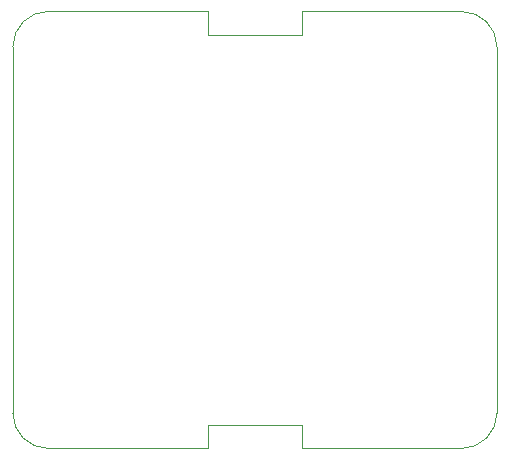
<source format=gbr>
G04 #@! TF.GenerationSoftware,KiCad,Pcbnew,(5.1.4-0-10_14)*
G04 #@! TF.CreationDate,2020-05-31T22:22:30+02:00*
G04 #@! TF.ProjectId,maskmeter,6d61736b-6d65-4746-9572-2e6b69636164,rev?*
G04 #@! TF.SameCoordinates,Original*
G04 #@! TF.FileFunction,Profile,NP*
%FSLAX46Y46*%
G04 Gerber Fmt 4.6, Leading zero omitted, Abs format (unit mm)*
G04 Created by KiCad (PCBNEW (5.1.4-0-10_14)) date 2020-05-31 22:22:30*
%MOMM*%
%LPD*%
G04 APERTURE LIST*
%ADD10C,0.100000*%
G04 APERTURE END LIST*
D10*
X125500000Y-109000000D02*
X139000000Y-109000000D01*
X125500000Y-107000000D02*
X125500000Y-109000000D01*
X117500000Y-107000000D02*
X125500000Y-107000000D01*
X117500000Y-109000000D02*
X117500000Y-107000000D01*
X104000000Y-109000000D02*
X117500000Y-109000000D01*
X125500000Y-72000000D02*
X139000000Y-72000000D01*
X125500000Y-74000000D02*
X125500000Y-72000000D01*
X117500000Y-74000000D02*
X125500000Y-74000000D01*
X117500000Y-72000000D02*
X117500000Y-74000000D01*
X104000000Y-72000000D02*
X117500000Y-72000000D01*
X101000000Y-75000000D02*
G75*
G02X104000000Y-72000000I3000000J0D01*
G01*
X104000000Y-109000000D02*
G75*
G02X101000000Y-106000000I0J3000000D01*
G01*
X142000000Y-106000000D02*
G75*
G02X139000000Y-109000000I-3000000J0D01*
G01*
X139000000Y-72000000D02*
G75*
G02X142000000Y-75000000I0J-3000000D01*
G01*
X142000000Y-106000000D02*
X142000000Y-75000000D01*
X101000000Y-75000000D02*
X101000000Y-106000000D01*
M02*

</source>
